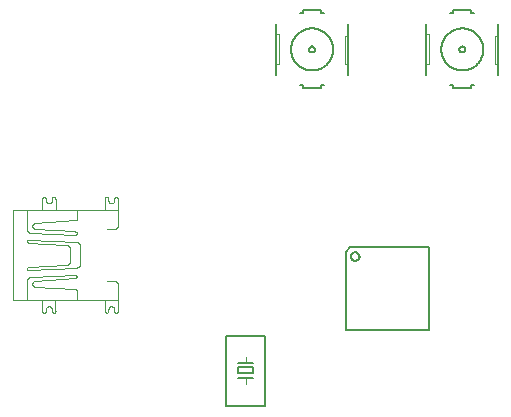
<source format=gto>
G75*
%MOIN*%
%OFA0B0*%
%FSLAX25Y25*%
%IPPOS*%
%LPD*%
%AMOC8*
5,1,8,0,0,1.08239X$1,22.5*
%
%ADD10C,0.00600*%
%ADD11C,0.00200*%
%ADD12C,0.00500*%
%ADD13C,0.00400*%
D10*
X0076414Y0041757D02*
X0078914Y0041757D01*
X0081414Y0041757D01*
X0081414Y0043257D02*
X0081414Y0045257D01*
X0076414Y0045257D01*
X0076414Y0043257D01*
X0081414Y0043257D01*
X0081414Y0046757D02*
X0078914Y0046757D01*
X0076414Y0046757D01*
X0112365Y0057638D02*
X0112365Y0083838D01*
X0113762Y0085236D01*
X0139963Y0085236D01*
X0139963Y0057638D01*
X0112365Y0057638D01*
X0113950Y0082237D02*
X0113952Y0082312D01*
X0113958Y0082386D01*
X0113968Y0082460D01*
X0113981Y0082533D01*
X0113999Y0082606D01*
X0114020Y0082677D01*
X0114045Y0082748D01*
X0114074Y0082817D01*
X0114107Y0082884D01*
X0114143Y0082949D01*
X0114182Y0083013D01*
X0114224Y0083074D01*
X0114270Y0083133D01*
X0114319Y0083190D01*
X0114371Y0083243D01*
X0114425Y0083294D01*
X0114482Y0083343D01*
X0114542Y0083387D01*
X0114604Y0083429D01*
X0114668Y0083468D01*
X0114734Y0083503D01*
X0114801Y0083534D01*
X0114871Y0083562D01*
X0114941Y0083586D01*
X0115013Y0083607D01*
X0115086Y0083623D01*
X0115159Y0083636D01*
X0115234Y0083645D01*
X0115308Y0083650D01*
X0115383Y0083651D01*
X0115457Y0083648D01*
X0115532Y0083641D01*
X0115605Y0083630D01*
X0115679Y0083616D01*
X0115751Y0083597D01*
X0115822Y0083575D01*
X0115892Y0083549D01*
X0115961Y0083519D01*
X0116027Y0083486D01*
X0116092Y0083449D01*
X0116155Y0083409D01*
X0116216Y0083365D01*
X0116274Y0083319D01*
X0116330Y0083269D01*
X0116383Y0083217D01*
X0116434Y0083162D01*
X0116481Y0083104D01*
X0116525Y0083044D01*
X0116566Y0082981D01*
X0116604Y0082917D01*
X0116638Y0082851D01*
X0116669Y0082782D01*
X0116696Y0082713D01*
X0116719Y0082642D01*
X0116738Y0082570D01*
X0116754Y0082497D01*
X0116766Y0082423D01*
X0116774Y0082349D01*
X0116778Y0082274D01*
X0116778Y0082200D01*
X0116774Y0082125D01*
X0116766Y0082051D01*
X0116754Y0081977D01*
X0116738Y0081904D01*
X0116719Y0081832D01*
X0116696Y0081761D01*
X0116669Y0081692D01*
X0116638Y0081623D01*
X0116604Y0081557D01*
X0116566Y0081493D01*
X0116525Y0081430D01*
X0116481Y0081370D01*
X0116434Y0081312D01*
X0116383Y0081257D01*
X0116330Y0081205D01*
X0116274Y0081155D01*
X0116216Y0081109D01*
X0116155Y0081065D01*
X0116092Y0081025D01*
X0116027Y0080988D01*
X0115961Y0080955D01*
X0115892Y0080925D01*
X0115822Y0080899D01*
X0115751Y0080877D01*
X0115679Y0080858D01*
X0115605Y0080844D01*
X0115532Y0080833D01*
X0115457Y0080826D01*
X0115383Y0080823D01*
X0115308Y0080824D01*
X0115234Y0080829D01*
X0115159Y0080838D01*
X0115086Y0080851D01*
X0115013Y0080867D01*
X0114941Y0080888D01*
X0114871Y0080912D01*
X0114801Y0080940D01*
X0114734Y0080971D01*
X0114668Y0081006D01*
X0114604Y0081045D01*
X0114542Y0081087D01*
X0114482Y0081131D01*
X0114425Y0081180D01*
X0114371Y0081231D01*
X0114319Y0081284D01*
X0114270Y0081341D01*
X0114224Y0081400D01*
X0114182Y0081461D01*
X0114143Y0081525D01*
X0114107Y0081590D01*
X0114074Y0081657D01*
X0114045Y0081726D01*
X0114020Y0081797D01*
X0113999Y0081868D01*
X0113981Y0081941D01*
X0113968Y0082014D01*
X0113958Y0082088D01*
X0113952Y0082162D01*
X0113950Y0082237D01*
X0103954Y0138247D02*
X0097954Y0138247D01*
X0097954Y0139247D01*
X0096954Y0139247D01*
X0088954Y0142747D02*
X0088954Y0146247D01*
X0088954Y0156247D01*
X0088954Y0159747D01*
X0096954Y0163247D02*
X0097954Y0163247D01*
X0097954Y0164247D01*
X0103954Y0164247D01*
X0103954Y0163247D01*
X0104954Y0163247D01*
X0112954Y0159747D02*
X0112954Y0155747D01*
X0112954Y0146247D01*
X0112954Y0142747D01*
X0104954Y0139247D02*
X0103954Y0139247D01*
X0103954Y0138247D01*
X0099954Y0151247D02*
X0099956Y0151310D01*
X0099962Y0151372D01*
X0099972Y0151434D01*
X0099985Y0151496D01*
X0100003Y0151556D01*
X0100024Y0151615D01*
X0100049Y0151673D01*
X0100078Y0151729D01*
X0100110Y0151783D01*
X0100145Y0151835D01*
X0100183Y0151884D01*
X0100225Y0151932D01*
X0100269Y0151976D01*
X0100317Y0152018D01*
X0100366Y0152056D01*
X0100418Y0152091D01*
X0100472Y0152123D01*
X0100528Y0152152D01*
X0100586Y0152177D01*
X0100645Y0152198D01*
X0100705Y0152216D01*
X0100767Y0152229D01*
X0100829Y0152239D01*
X0100891Y0152245D01*
X0100954Y0152247D01*
X0101017Y0152245D01*
X0101079Y0152239D01*
X0101141Y0152229D01*
X0101203Y0152216D01*
X0101263Y0152198D01*
X0101322Y0152177D01*
X0101380Y0152152D01*
X0101436Y0152123D01*
X0101490Y0152091D01*
X0101542Y0152056D01*
X0101591Y0152018D01*
X0101639Y0151976D01*
X0101683Y0151932D01*
X0101725Y0151884D01*
X0101763Y0151835D01*
X0101798Y0151783D01*
X0101830Y0151729D01*
X0101859Y0151673D01*
X0101884Y0151615D01*
X0101905Y0151556D01*
X0101923Y0151496D01*
X0101936Y0151434D01*
X0101946Y0151372D01*
X0101952Y0151310D01*
X0101954Y0151247D01*
X0101952Y0151184D01*
X0101946Y0151122D01*
X0101936Y0151060D01*
X0101923Y0150998D01*
X0101905Y0150938D01*
X0101884Y0150879D01*
X0101859Y0150821D01*
X0101830Y0150765D01*
X0101798Y0150711D01*
X0101763Y0150659D01*
X0101725Y0150610D01*
X0101683Y0150562D01*
X0101639Y0150518D01*
X0101591Y0150476D01*
X0101542Y0150438D01*
X0101490Y0150403D01*
X0101436Y0150371D01*
X0101380Y0150342D01*
X0101322Y0150317D01*
X0101263Y0150296D01*
X0101203Y0150278D01*
X0101141Y0150265D01*
X0101079Y0150255D01*
X0101017Y0150249D01*
X0100954Y0150247D01*
X0100891Y0150249D01*
X0100829Y0150255D01*
X0100767Y0150265D01*
X0100705Y0150278D01*
X0100645Y0150296D01*
X0100586Y0150317D01*
X0100528Y0150342D01*
X0100472Y0150371D01*
X0100418Y0150403D01*
X0100366Y0150438D01*
X0100317Y0150476D01*
X0100269Y0150518D01*
X0100225Y0150562D01*
X0100183Y0150610D01*
X0100145Y0150659D01*
X0100110Y0150711D01*
X0100078Y0150765D01*
X0100049Y0150821D01*
X0100024Y0150879D01*
X0100003Y0150938D01*
X0099985Y0150998D01*
X0099972Y0151060D01*
X0099962Y0151122D01*
X0099956Y0151184D01*
X0099954Y0151247D01*
X0093954Y0151247D02*
X0093956Y0151419D01*
X0093962Y0151590D01*
X0093973Y0151762D01*
X0093988Y0151933D01*
X0094007Y0152104D01*
X0094030Y0152274D01*
X0094057Y0152444D01*
X0094089Y0152613D01*
X0094124Y0152781D01*
X0094164Y0152948D01*
X0094208Y0153114D01*
X0094255Y0153279D01*
X0094307Y0153443D01*
X0094363Y0153605D01*
X0094423Y0153766D01*
X0094487Y0153926D01*
X0094555Y0154084D01*
X0094626Y0154240D01*
X0094701Y0154394D01*
X0094781Y0154547D01*
X0094863Y0154697D01*
X0094950Y0154846D01*
X0095040Y0154992D01*
X0095134Y0155136D01*
X0095231Y0155278D01*
X0095332Y0155417D01*
X0095436Y0155554D01*
X0095543Y0155688D01*
X0095654Y0155819D01*
X0095767Y0155948D01*
X0095884Y0156074D01*
X0096004Y0156197D01*
X0096127Y0156317D01*
X0096253Y0156434D01*
X0096382Y0156547D01*
X0096513Y0156658D01*
X0096647Y0156765D01*
X0096784Y0156869D01*
X0096923Y0156970D01*
X0097065Y0157067D01*
X0097209Y0157161D01*
X0097355Y0157251D01*
X0097504Y0157338D01*
X0097654Y0157420D01*
X0097807Y0157500D01*
X0097961Y0157575D01*
X0098117Y0157646D01*
X0098275Y0157714D01*
X0098435Y0157778D01*
X0098596Y0157838D01*
X0098758Y0157894D01*
X0098922Y0157946D01*
X0099087Y0157993D01*
X0099253Y0158037D01*
X0099420Y0158077D01*
X0099588Y0158112D01*
X0099757Y0158144D01*
X0099927Y0158171D01*
X0100097Y0158194D01*
X0100268Y0158213D01*
X0100439Y0158228D01*
X0100611Y0158239D01*
X0100782Y0158245D01*
X0100954Y0158247D01*
X0101126Y0158245D01*
X0101297Y0158239D01*
X0101469Y0158228D01*
X0101640Y0158213D01*
X0101811Y0158194D01*
X0101981Y0158171D01*
X0102151Y0158144D01*
X0102320Y0158112D01*
X0102488Y0158077D01*
X0102655Y0158037D01*
X0102821Y0157993D01*
X0102986Y0157946D01*
X0103150Y0157894D01*
X0103312Y0157838D01*
X0103473Y0157778D01*
X0103633Y0157714D01*
X0103791Y0157646D01*
X0103947Y0157575D01*
X0104101Y0157500D01*
X0104254Y0157420D01*
X0104404Y0157338D01*
X0104553Y0157251D01*
X0104699Y0157161D01*
X0104843Y0157067D01*
X0104985Y0156970D01*
X0105124Y0156869D01*
X0105261Y0156765D01*
X0105395Y0156658D01*
X0105526Y0156547D01*
X0105655Y0156434D01*
X0105781Y0156317D01*
X0105904Y0156197D01*
X0106024Y0156074D01*
X0106141Y0155948D01*
X0106254Y0155819D01*
X0106365Y0155688D01*
X0106472Y0155554D01*
X0106576Y0155417D01*
X0106677Y0155278D01*
X0106774Y0155136D01*
X0106868Y0154992D01*
X0106958Y0154846D01*
X0107045Y0154697D01*
X0107127Y0154547D01*
X0107207Y0154394D01*
X0107282Y0154240D01*
X0107353Y0154084D01*
X0107421Y0153926D01*
X0107485Y0153766D01*
X0107545Y0153605D01*
X0107601Y0153443D01*
X0107653Y0153279D01*
X0107700Y0153114D01*
X0107744Y0152948D01*
X0107784Y0152781D01*
X0107819Y0152613D01*
X0107851Y0152444D01*
X0107878Y0152274D01*
X0107901Y0152104D01*
X0107920Y0151933D01*
X0107935Y0151762D01*
X0107946Y0151590D01*
X0107952Y0151419D01*
X0107954Y0151247D01*
X0107952Y0151075D01*
X0107946Y0150904D01*
X0107935Y0150732D01*
X0107920Y0150561D01*
X0107901Y0150390D01*
X0107878Y0150220D01*
X0107851Y0150050D01*
X0107819Y0149881D01*
X0107784Y0149713D01*
X0107744Y0149546D01*
X0107700Y0149380D01*
X0107653Y0149215D01*
X0107601Y0149051D01*
X0107545Y0148889D01*
X0107485Y0148728D01*
X0107421Y0148568D01*
X0107353Y0148410D01*
X0107282Y0148254D01*
X0107207Y0148100D01*
X0107127Y0147947D01*
X0107045Y0147797D01*
X0106958Y0147648D01*
X0106868Y0147502D01*
X0106774Y0147358D01*
X0106677Y0147216D01*
X0106576Y0147077D01*
X0106472Y0146940D01*
X0106365Y0146806D01*
X0106254Y0146675D01*
X0106141Y0146546D01*
X0106024Y0146420D01*
X0105904Y0146297D01*
X0105781Y0146177D01*
X0105655Y0146060D01*
X0105526Y0145947D01*
X0105395Y0145836D01*
X0105261Y0145729D01*
X0105124Y0145625D01*
X0104985Y0145524D01*
X0104843Y0145427D01*
X0104699Y0145333D01*
X0104553Y0145243D01*
X0104404Y0145156D01*
X0104254Y0145074D01*
X0104101Y0144994D01*
X0103947Y0144919D01*
X0103791Y0144848D01*
X0103633Y0144780D01*
X0103473Y0144716D01*
X0103312Y0144656D01*
X0103150Y0144600D01*
X0102986Y0144548D01*
X0102821Y0144501D01*
X0102655Y0144457D01*
X0102488Y0144417D01*
X0102320Y0144382D01*
X0102151Y0144350D01*
X0101981Y0144323D01*
X0101811Y0144300D01*
X0101640Y0144281D01*
X0101469Y0144266D01*
X0101297Y0144255D01*
X0101126Y0144249D01*
X0100954Y0144247D01*
X0100782Y0144249D01*
X0100611Y0144255D01*
X0100439Y0144266D01*
X0100268Y0144281D01*
X0100097Y0144300D01*
X0099927Y0144323D01*
X0099757Y0144350D01*
X0099588Y0144382D01*
X0099420Y0144417D01*
X0099253Y0144457D01*
X0099087Y0144501D01*
X0098922Y0144548D01*
X0098758Y0144600D01*
X0098596Y0144656D01*
X0098435Y0144716D01*
X0098275Y0144780D01*
X0098117Y0144848D01*
X0097961Y0144919D01*
X0097807Y0144994D01*
X0097654Y0145074D01*
X0097504Y0145156D01*
X0097355Y0145243D01*
X0097209Y0145333D01*
X0097065Y0145427D01*
X0096923Y0145524D01*
X0096784Y0145625D01*
X0096647Y0145729D01*
X0096513Y0145836D01*
X0096382Y0145947D01*
X0096253Y0146060D01*
X0096127Y0146177D01*
X0096004Y0146297D01*
X0095884Y0146420D01*
X0095767Y0146546D01*
X0095654Y0146675D01*
X0095543Y0146806D01*
X0095436Y0146940D01*
X0095332Y0147077D01*
X0095231Y0147216D01*
X0095134Y0147358D01*
X0095040Y0147502D01*
X0094950Y0147648D01*
X0094863Y0147797D01*
X0094781Y0147947D01*
X0094701Y0148100D01*
X0094626Y0148254D01*
X0094555Y0148410D01*
X0094487Y0148568D01*
X0094423Y0148728D01*
X0094363Y0148889D01*
X0094307Y0149051D01*
X0094255Y0149215D01*
X0094208Y0149380D01*
X0094164Y0149546D01*
X0094124Y0149713D01*
X0094089Y0149881D01*
X0094057Y0150050D01*
X0094030Y0150220D01*
X0094007Y0150390D01*
X0093988Y0150561D01*
X0093973Y0150732D01*
X0093962Y0150904D01*
X0093956Y0151075D01*
X0093954Y0151247D01*
X0139034Y0156227D02*
X0139034Y0146227D01*
X0139034Y0142727D01*
X0147034Y0139227D02*
X0148034Y0139227D01*
X0148034Y0138227D01*
X0154034Y0138227D01*
X0154034Y0139227D01*
X0155034Y0139227D01*
X0163034Y0142727D02*
X0163034Y0146227D01*
X0163034Y0155727D01*
X0163034Y0159727D01*
X0155034Y0163227D02*
X0154034Y0163227D01*
X0154034Y0164227D01*
X0148034Y0164227D01*
X0148034Y0163227D01*
X0147034Y0163227D01*
X0139034Y0159727D02*
X0139034Y0156227D01*
X0150034Y0151227D02*
X0150036Y0151290D01*
X0150042Y0151352D01*
X0150052Y0151414D01*
X0150065Y0151476D01*
X0150083Y0151536D01*
X0150104Y0151595D01*
X0150129Y0151653D01*
X0150158Y0151709D01*
X0150190Y0151763D01*
X0150225Y0151815D01*
X0150263Y0151864D01*
X0150305Y0151912D01*
X0150349Y0151956D01*
X0150397Y0151998D01*
X0150446Y0152036D01*
X0150498Y0152071D01*
X0150552Y0152103D01*
X0150608Y0152132D01*
X0150666Y0152157D01*
X0150725Y0152178D01*
X0150785Y0152196D01*
X0150847Y0152209D01*
X0150909Y0152219D01*
X0150971Y0152225D01*
X0151034Y0152227D01*
X0151097Y0152225D01*
X0151159Y0152219D01*
X0151221Y0152209D01*
X0151283Y0152196D01*
X0151343Y0152178D01*
X0151402Y0152157D01*
X0151460Y0152132D01*
X0151516Y0152103D01*
X0151570Y0152071D01*
X0151622Y0152036D01*
X0151671Y0151998D01*
X0151719Y0151956D01*
X0151763Y0151912D01*
X0151805Y0151864D01*
X0151843Y0151815D01*
X0151878Y0151763D01*
X0151910Y0151709D01*
X0151939Y0151653D01*
X0151964Y0151595D01*
X0151985Y0151536D01*
X0152003Y0151476D01*
X0152016Y0151414D01*
X0152026Y0151352D01*
X0152032Y0151290D01*
X0152034Y0151227D01*
X0152032Y0151164D01*
X0152026Y0151102D01*
X0152016Y0151040D01*
X0152003Y0150978D01*
X0151985Y0150918D01*
X0151964Y0150859D01*
X0151939Y0150801D01*
X0151910Y0150745D01*
X0151878Y0150691D01*
X0151843Y0150639D01*
X0151805Y0150590D01*
X0151763Y0150542D01*
X0151719Y0150498D01*
X0151671Y0150456D01*
X0151622Y0150418D01*
X0151570Y0150383D01*
X0151516Y0150351D01*
X0151460Y0150322D01*
X0151402Y0150297D01*
X0151343Y0150276D01*
X0151283Y0150258D01*
X0151221Y0150245D01*
X0151159Y0150235D01*
X0151097Y0150229D01*
X0151034Y0150227D01*
X0150971Y0150229D01*
X0150909Y0150235D01*
X0150847Y0150245D01*
X0150785Y0150258D01*
X0150725Y0150276D01*
X0150666Y0150297D01*
X0150608Y0150322D01*
X0150552Y0150351D01*
X0150498Y0150383D01*
X0150446Y0150418D01*
X0150397Y0150456D01*
X0150349Y0150498D01*
X0150305Y0150542D01*
X0150263Y0150590D01*
X0150225Y0150639D01*
X0150190Y0150691D01*
X0150158Y0150745D01*
X0150129Y0150801D01*
X0150104Y0150859D01*
X0150083Y0150918D01*
X0150065Y0150978D01*
X0150052Y0151040D01*
X0150042Y0151102D01*
X0150036Y0151164D01*
X0150034Y0151227D01*
X0144034Y0151227D02*
X0144036Y0151399D01*
X0144042Y0151570D01*
X0144053Y0151742D01*
X0144068Y0151913D01*
X0144087Y0152084D01*
X0144110Y0152254D01*
X0144137Y0152424D01*
X0144169Y0152593D01*
X0144204Y0152761D01*
X0144244Y0152928D01*
X0144288Y0153094D01*
X0144335Y0153259D01*
X0144387Y0153423D01*
X0144443Y0153585D01*
X0144503Y0153746D01*
X0144567Y0153906D01*
X0144635Y0154064D01*
X0144706Y0154220D01*
X0144781Y0154374D01*
X0144861Y0154527D01*
X0144943Y0154677D01*
X0145030Y0154826D01*
X0145120Y0154972D01*
X0145214Y0155116D01*
X0145311Y0155258D01*
X0145412Y0155397D01*
X0145516Y0155534D01*
X0145623Y0155668D01*
X0145734Y0155799D01*
X0145847Y0155928D01*
X0145964Y0156054D01*
X0146084Y0156177D01*
X0146207Y0156297D01*
X0146333Y0156414D01*
X0146462Y0156527D01*
X0146593Y0156638D01*
X0146727Y0156745D01*
X0146864Y0156849D01*
X0147003Y0156950D01*
X0147145Y0157047D01*
X0147289Y0157141D01*
X0147435Y0157231D01*
X0147584Y0157318D01*
X0147734Y0157400D01*
X0147887Y0157480D01*
X0148041Y0157555D01*
X0148197Y0157626D01*
X0148355Y0157694D01*
X0148515Y0157758D01*
X0148676Y0157818D01*
X0148838Y0157874D01*
X0149002Y0157926D01*
X0149167Y0157973D01*
X0149333Y0158017D01*
X0149500Y0158057D01*
X0149668Y0158092D01*
X0149837Y0158124D01*
X0150007Y0158151D01*
X0150177Y0158174D01*
X0150348Y0158193D01*
X0150519Y0158208D01*
X0150691Y0158219D01*
X0150862Y0158225D01*
X0151034Y0158227D01*
X0151206Y0158225D01*
X0151377Y0158219D01*
X0151549Y0158208D01*
X0151720Y0158193D01*
X0151891Y0158174D01*
X0152061Y0158151D01*
X0152231Y0158124D01*
X0152400Y0158092D01*
X0152568Y0158057D01*
X0152735Y0158017D01*
X0152901Y0157973D01*
X0153066Y0157926D01*
X0153230Y0157874D01*
X0153392Y0157818D01*
X0153553Y0157758D01*
X0153713Y0157694D01*
X0153871Y0157626D01*
X0154027Y0157555D01*
X0154181Y0157480D01*
X0154334Y0157400D01*
X0154484Y0157318D01*
X0154633Y0157231D01*
X0154779Y0157141D01*
X0154923Y0157047D01*
X0155065Y0156950D01*
X0155204Y0156849D01*
X0155341Y0156745D01*
X0155475Y0156638D01*
X0155606Y0156527D01*
X0155735Y0156414D01*
X0155861Y0156297D01*
X0155984Y0156177D01*
X0156104Y0156054D01*
X0156221Y0155928D01*
X0156334Y0155799D01*
X0156445Y0155668D01*
X0156552Y0155534D01*
X0156656Y0155397D01*
X0156757Y0155258D01*
X0156854Y0155116D01*
X0156948Y0154972D01*
X0157038Y0154826D01*
X0157125Y0154677D01*
X0157207Y0154527D01*
X0157287Y0154374D01*
X0157362Y0154220D01*
X0157433Y0154064D01*
X0157501Y0153906D01*
X0157565Y0153746D01*
X0157625Y0153585D01*
X0157681Y0153423D01*
X0157733Y0153259D01*
X0157780Y0153094D01*
X0157824Y0152928D01*
X0157864Y0152761D01*
X0157899Y0152593D01*
X0157931Y0152424D01*
X0157958Y0152254D01*
X0157981Y0152084D01*
X0158000Y0151913D01*
X0158015Y0151742D01*
X0158026Y0151570D01*
X0158032Y0151399D01*
X0158034Y0151227D01*
X0158032Y0151055D01*
X0158026Y0150884D01*
X0158015Y0150712D01*
X0158000Y0150541D01*
X0157981Y0150370D01*
X0157958Y0150200D01*
X0157931Y0150030D01*
X0157899Y0149861D01*
X0157864Y0149693D01*
X0157824Y0149526D01*
X0157780Y0149360D01*
X0157733Y0149195D01*
X0157681Y0149031D01*
X0157625Y0148869D01*
X0157565Y0148708D01*
X0157501Y0148548D01*
X0157433Y0148390D01*
X0157362Y0148234D01*
X0157287Y0148080D01*
X0157207Y0147927D01*
X0157125Y0147777D01*
X0157038Y0147628D01*
X0156948Y0147482D01*
X0156854Y0147338D01*
X0156757Y0147196D01*
X0156656Y0147057D01*
X0156552Y0146920D01*
X0156445Y0146786D01*
X0156334Y0146655D01*
X0156221Y0146526D01*
X0156104Y0146400D01*
X0155984Y0146277D01*
X0155861Y0146157D01*
X0155735Y0146040D01*
X0155606Y0145927D01*
X0155475Y0145816D01*
X0155341Y0145709D01*
X0155204Y0145605D01*
X0155065Y0145504D01*
X0154923Y0145407D01*
X0154779Y0145313D01*
X0154633Y0145223D01*
X0154484Y0145136D01*
X0154334Y0145054D01*
X0154181Y0144974D01*
X0154027Y0144899D01*
X0153871Y0144828D01*
X0153713Y0144760D01*
X0153553Y0144696D01*
X0153392Y0144636D01*
X0153230Y0144580D01*
X0153066Y0144528D01*
X0152901Y0144481D01*
X0152735Y0144437D01*
X0152568Y0144397D01*
X0152400Y0144362D01*
X0152231Y0144330D01*
X0152061Y0144303D01*
X0151891Y0144280D01*
X0151720Y0144261D01*
X0151549Y0144246D01*
X0151377Y0144235D01*
X0151206Y0144229D01*
X0151034Y0144227D01*
X0150862Y0144229D01*
X0150691Y0144235D01*
X0150519Y0144246D01*
X0150348Y0144261D01*
X0150177Y0144280D01*
X0150007Y0144303D01*
X0149837Y0144330D01*
X0149668Y0144362D01*
X0149500Y0144397D01*
X0149333Y0144437D01*
X0149167Y0144481D01*
X0149002Y0144528D01*
X0148838Y0144580D01*
X0148676Y0144636D01*
X0148515Y0144696D01*
X0148355Y0144760D01*
X0148197Y0144828D01*
X0148041Y0144899D01*
X0147887Y0144974D01*
X0147734Y0145054D01*
X0147584Y0145136D01*
X0147435Y0145223D01*
X0147289Y0145313D01*
X0147145Y0145407D01*
X0147003Y0145504D01*
X0146864Y0145605D01*
X0146727Y0145709D01*
X0146593Y0145816D01*
X0146462Y0145927D01*
X0146333Y0146040D01*
X0146207Y0146157D01*
X0146084Y0146277D01*
X0145964Y0146400D01*
X0145847Y0146526D01*
X0145734Y0146655D01*
X0145623Y0146786D01*
X0145516Y0146920D01*
X0145412Y0147057D01*
X0145311Y0147196D01*
X0145214Y0147338D01*
X0145120Y0147482D01*
X0145030Y0147628D01*
X0144943Y0147777D01*
X0144861Y0147927D01*
X0144781Y0148080D01*
X0144706Y0148234D01*
X0144635Y0148390D01*
X0144567Y0148548D01*
X0144503Y0148708D01*
X0144443Y0148869D01*
X0144387Y0149031D01*
X0144335Y0149195D01*
X0144288Y0149360D01*
X0144244Y0149526D01*
X0144204Y0149693D01*
X0144169Y0149861D01*
X0144137Y0150030D01*
X0144110Y0150200D01*
X0144087Y0150370D01*
X0144068Y0150541D01*
X0144053Y0150712D01*
X0144042Y0150884D01*
X0144036Y0151055D01*
X0144034Y0151227D01*
D11*
X0140034Y0156227D02*
X0140034Y0146227D01*
X0139034Y0146227D01*
X0139034Y0156227D02*
X0140034Y0156227D01*
X0162034Y0155727D02*
X0162034Y0146227D01*
X0163034Y0146227D01*
X0163034Y0155727D02*
X0162034Y0155727D01*
X0112954Y0155747D02*
X0111954Y0155747D01*
X0111954Y0146247D01*
X0112954Y0146247D01*
X0089954Y0146247D02*
X0089954Y0156247D01*
X0088954Y0156247D01*
X0088954Y0146247D02*
X0089954Y0146247D01*
X0078914Y0048757D02*
X0078914Y0046757D01*
X0078914Y0041757D02*
X0078914Y0039757D01*
D12*
X0085314Y0032257D02*
X0072414Y0032257D01*
X0072414Y0055857D01*
X0085314Y0055857D01*
X0085314Y0032257D01*
D13*
X0036247Y0064043D02*
X0036247Y0067741D01*
X0015439Y0067741D01*
X0015439Y0064043D01*
X0015440Y0064042D02*
X0015438Y0063995D01*
X0015433Y0063947D01*
X0015424Y0063900D01*
X0015411Y0063854D01*
X0015394Y0063809D01*
X0015374Y0063766D01*
X0015351Y0063724D01*
X0015325Y0063685D01*
X0015295Y0063647D01*
X0015263Y0063612D01*
X0015228Y0063580D01*
X0015190Y0063550D01*
X0015150Y0063524D01*
X0015109Y0063500D01*
X0015065Y0063480D01*
X0015020Y0063464D01*
X0014974Y0063451D01*
X0014927Y0063442D01*
X0014880Y0063437D01*
X0014832Y0063435D01*
X0014832Y0063436D02*
X0014832Y0063436D01*
X0014783Y0063438D01*
X0014733Y0063443D01*
X0014685Y0063453D01*
X0014637Y0063465D01*
X0014590Y0063482D01*
X0014545Y0063502D01*
X0014501Y0063525D01*
X0014459Y0063551D01*
X0014419Y0063580D01*
X0014382Y0063613D01*
X0014347Y0063648D01*
X0014314Y0063685D01*
X0014285Y0063725D01*
X0014259Y0063767D01*
X0014236Y0063811D01*
X0014216Y0063856D01*
X0014199Y0063903D01*
X0014187Y0063951D01*
X0014177Y0063999D01*
X0014172Y0064049D01*
X0014170Y0064098D01*
X0014170Y0064705D01*
X0014168Y0064763D01*
X0014163Y0064820D01*
X0014153Y0064877D01*
X0014140Y0064934D01*
X0014123Y0064989D01*
X0014103Y0065043D01*
X0014079Y0065096D01*
X0014052Y0065147D01*
X0014022Y0065196D01*
X0013988Y0065243D01*
X0013951Y0065287D01*
X0013912Y0065330D01*
X0013869Y0065369D01*
X0013825Y0065406D01*
X0013778Y0065440D01*
X0013729Y0065470D01*
X0013678Y0065497D01*
X0013625Y0065521D01*
X0013571Y0065541D01*
X0013516Y0065558D01*
X0013459Y0065571D01*
X0013402Y0065581D01*
X0013345Y0065586D01*
X0013287Y0065588D01*
X0013176Y0065588D01*
X0013119Y0065586D01*
X0013061Y0065580D01*
X0013004Y0065571D01*
X0012948Y0065558D01*
X0012892Y0065541D01*
X0012838Y0065521D01*
X0012786Y0065497D01*
X0012735Y0065470D01*
X0012686Y0065439D01*
X0012639Y0065406D01*
X0012594Y0065369D01*
X0012552Y0065329D01*
X0012512Y0065287D01*
X0012475Y0065242D01*
X0012442Y0065195D01*
X0012411Y0065146D01*
X0012384Y0065095D01*
X0012360Y0065043D01*
X0012340Y0064989D01*
X0012323Y0064933D01*
X0012310Y0064877D01*
X0012301Y0064820D01*
X0012295Y0064762D01*
X0012293Y0064705D01*
X0012293Y0064043D01*
X0012291Y0063995D01*
X0012286Y0063948D01*
X0012276Y0063901D01*
X0012263Y0063855D01*
X0012247Y0063811D01*
X0012227Y0063767D01*
X0012204Y0063726D01*
X0012177Y0063686D01*
X0012148Y0063649D01*
X0012115Y0063614D01*
X0012080Y0063581D01*
X0012043Y0063552D01*
X0012003Y0063525D01*
X0011962Y0063502D01*
X0011918Y0063482D01*
X0011874Y0063466D01*
X0011828Y0063453D01*
X0011781Y0063443D01*
X0011734Y0063438D01*
X0011686Y0063436D01*
X0011637Y0063438D01*
X0011587Y0063443D01*
X0011539Y0063453D01*
X0011491Y0063465D01*
X0011444Y0063482D01*
X0011399Y0063502D01*
X0011355Y0063525D01*
X0011313Y0063551D01*
X0011273Y0063580D01*
X0011236Y0063613D01*
X0011201Y0063648D01*
X0011168Y0063685D01*
X0011139Y0063725D01*
X0011113Y0063767D01*
X0011090Y0063811D01*
X0011070Y0063856D01*
X0011053Y0063903D01*
X0011041Y0063951D01*
X0011031Y0063999D01*
X0011026Y0064049D01*
X0011024Y0064098D01*
X0011024Y0067520D01*
X0015439Y0067741D02*
X0001200Y0067741D01*
X0001200Y0097711D01*
X0036247Y0097711D01*
X0036247Y0092743D01*
X0036248Y0092743D02*
X0036246Y0092671D01*
X0036241Y0092598D01*
X0036232Y0092526D01*
X0036219Y0092454D01*
X0036202Y0092384D01*
X0036182Y0092314D01*
X0036159Y0092245D01*
X0036132Y0092177D01*
X0036101Y0092111D01*
X0036068Y0092047D01*
X0036031Y0091984D01*
X0035991Y0091923D01*
X0035948Y0091865D01*
X0035902Y0091808D01*
X0035853Y0091754D01*
X0035802Y0091703D01*
X0035748Y0091654D01*
X0035691Y0091608D01*
X0035633Y0091565D01*
X0035572Y0091525D01*
X0035509Y0091488D01*
X0035445Y0091455D01*
X0035379Y0091424D01*
X0035311Y0091397D01*
X0035242Y0091374D01*
X0035172Y0091354D01*
X0035102Y0091337D01*
X0035030Y0091324D01*
X0034958Y0091315D01*
X0034885Y0091310D01*
X0034813Y0091308D01*
X0034812Y0091308D02*
X0032715Y0091308D01*
X0031832Y0097710D02*
X0031832Y0101408D01*
X0031834Y0101456D01*
X0031839Y0101504D01*
X0031849Y0101550D01*
X0031861Y0101596D01*
X0031878Y0101641D01*
X0031898Y0101685D01*
X0031921Y0101726D01*
X0031948Y0101766D01*
X0031977Y0101804D01*
X0032010Y0101839D01*
X0032045Y0101871D01*
X0032082Y0101901D01*
X0032122Y0101927D01*
X0032164Y0101950D01*
X0032207Y0101970D01*
X0032252Y0101987D01*
X0032298Y0102000D01*
X0032345Y0102009D01*
X0032392Y0102014D01*
X0032440Y0102016D01*
X0032440Y0102015D02*
X0032439Y0102015D01*
X0032488Y0102013D01*
X0032538Y0102008D01*
X0032586Y0101998D01*
X0032634Y0101986D01*
X0032681Y0101969D01*
X0032726Y0101949D01*
X0032770Y0101926D01*
X0032812Y0101900D01*
X0032852Y0101871D01*
X0032889Y0101838D01*
X0032924Y0101803D01*
X0032957Y0101766D01*
X0032986Y0101726D01*
X0033012Y0101684D01*
X0033035Y0101640D01*
X0033055Y0101595D01*
X0033072Y0101548D01*
X0033084Y0101500D01*
X0033094Y0101452D01*
X0033099Y0101402D01*
X0033101Y0101353D01*
X0033102Y0101353D02*
X0033102Y0100746D01*
X0033104Y0100688D01*
X0033110Y0100631D01*
X0033119Y0100574D01*
X0033132Y0100517D01*
X0033149Y0100462D01*
X0033169Y0100408D01*
X0033193Y0100355D01*
X0033220Y0100305D01*
X0033251Y0100255D01*
X0033284Y0100208D01*
X0033321Y0100164D01*
X0033361Y0100122D01*
X0033403Y0100082D01*
X0033447Y0100045D01*
X0033494Y0100012D01*
X0033544Y0099981D01*
X0033594Y0099954D01*
X0033647Y0099930D01*
X0033701Y0099910D01*
X0033756Y0099893D01*
X0033813Y0099880D01*
X0033870Y0099871D01*
X0033927Y0099865D01*
X0033985Y0099863D01*
X0034095Y0099863D01*
X0034096Y0099863D02*
X0034153Y0099865D01*
X0034211Y0099871D01*
X0034268Y0099880D01*
X0034324Y0099893D01*
X0034380Y0099910D01*
X0034434Y0099930D01*
X0034486Y0099954D01*
X0034537Y0099981D01*
X0034586Y0100012D01*
X0034633Y0100045D01*
X0034678Y0100082D01*
X0034720Y0100122D01*
X0034760Y0100164D01*
X0034797Y0100209D01*
X0034830Y0100256D01*
X0034861Y0100305D01*
X0034888Y0100356D01*
X0034912Y0100408D01*
X0034932Y0100462D01*
X0034949Y0100518D01*
X0034962Y0100574D01*
X0034971Y0100631D01*
X0034977Y0100689D01*
X0034979Y0100746D01*
X0034978Y0100746D02*
X0034978Y0101408D01*
X0034980Y0101456D01*
X0034985Y0101503D01*
X0034995Y0101550D01*
X0035008Y0101596D01*
X0035024Y0101640D01*
X0035044Y0101684D01*
X0035067Y0101725D01*
X0035094Y0101765D01*
X0035123Y0101802D01*
X0035156Y0101837D01*
X0035191Y0101870D01*
X0035228Y0101899D01*
X0035268Y0101926D01*
X0035309Y0101949D01*
X0035353Y0101969D01*
X0035397Y0101985D01*
X0035443Y0101998D01*
X0035490Y0102008D01*
X0035537Y0102013D01*
X0035585Y0102015D01*
X0035634Y0102013D01*
X0035684Y0102008D01*
X0035732Y0101998D01*
X0035780Y0101986D01*
X0035827Y0101969D01*
X0035872Y0101949D01*
X0035916Y0101926D01*
X0035958Y0101900D01*
X0035998Y0101871D01*
X0036035Y0101838D01*
X0036070Y0101803D01*
X0036103Y0101766D01*
X0036132Y0101726D01*
X0036158Y0101684D01*
X0036181Y0101640D01*
X0036201Y0101595D01*
X0036218Y0101548D01*
X0036230Y0101500D01*
X0036240Y0101452D01*
X0036245Y0101402D01*
X0036247Y0101353D01*
X0036248Y0101353D02*
X0036248Y0097655D01*
X0022504Y0097490D02*
X0022504Y0094730D01*
X0022503Y0094730D02*
X0022504Y0094689D01*
X0022500Y0094648D01*
X0022494Y0094608D01*
X0022484Y0094568D01*
X0022470Y0094530D01*
X0022453Y0094493D01*
X0022433Y0094457D01*
X0022410Y0094423D01*
X0022384Y0094392D01*
X0022356Y0094362D01*
X0022325Y0094335D01*
X0022292Y0094311D01*
X0022257Y0094290D01*
X0022220Y0094272D01*
X0022182Y0094258D01*
X0022143Y0094246D01*
X0022103Y0094238D01*
X0022062Y0094234D01*
X0022063Y0094233D02*
X0008651Y0093350D01*
X0008650Y0093350D02*
X0008589Y0093347D01*
X0008527Y0093341D01*
X0008466Y0093331D01*
X0008406Y0093316D01*
X0008347Y0093298D01*
X0008289Y0093277D01*
X0008233Y0093251D01*
X0008178Y0093222D01*
X0008126Y0093190D01*
X0008075Y0093154D01*
X0008027Y0093115D01*
X0007982Y0093073D01*
X0007939Y0093029D01*
X0007899Y0092982D01*
X0007863Y0092932D01*
X0007829Y0092880D01*
X0007799Y0092826D01*
X0007773Y0092770D01*
X0007750Y0092713D01*
X0007731Y0092654D01*
X0007715Y0092594D01*
X0007704Y0092534D01*
X0007696Y0092472D01*
X0007692Y0092411D01*
X0007693Y0092349D01*
X0007697Y0092287D01*
X0007705Y0092226D01*
X0007717Y0092165D01*
X0007733Y0092106D01*
X0007752Y0092047D01*
X0007776Y0091990D01*
X0007802Y0091934D01*
X0007833Y0091880D01*
X0007867Y0091829D01*
X0007904Y0091779D01*
X0007944Y0091732D01*
X0007987Y0091688D01*
X0008032Y0091646D01*
X0008081Y0091608D01*
X0008131Y0091573D01*
X0008184Y0091541D01*
X0008239Y0091512D01*
X0008295Y0091487D01*
X0008353Y0091466D01*
X0008413Y0091448D01*
X0008473Y0091434D01*
X0008534Y0091424D01*
X0008595Y0091418D01*
X0008596Y0091418D02*
X0021952Y0090535D01*
X0021953Y0090535D02*
X0022000Y0090531D01*
X0022048Y0090523D01*
X0022094Y0090511D01*
X0022139Y0090495D01*
X0022183Y0090475D01*
X0022225Y0090452D01*
X0022265Y0090426D01*
X0022302Y0090396D01*
X0022337Y0090363D01*
X0022369Y0090328D01*
X0022398Y0090290D01*
X0022424Y0090249D01*
X0022447Y0090207D01*
X0022466Y0090163D01*
X0022481Y0090118D01*
X0022492Y0090071D01*
X0022500Y0090024D01*
X0022504Y0089976D01*
X0022503Y0089928D01*
X0022499Y0089881D01*
X0022491Y0089834D01*
X0022479Y0089787D01*
X0022463Y0089742D01*
X0022444Y0089698D01*
X0022421Y0089656D01*
X0022394Y0089616D01*
X0022365Y0089579D01*
X0022332Y0089544D01*
X0022297Y0089512D01*
X0022259Y0089482D01*
X0022218Y0089456D01*
X0022176Y0089434D01*
X0022132Y0089415D01*
X0022087Y0089399D01*
X0022040Y0089388D01*
X0021993Y0089380D01*
X0021946Y0089376D01*
X0021898Y0089377D01*
X0021897Y0089376D02*
X0007437Y0090038D01*
X0007271Y0090038D01*
X0007199Y0090040D01*
X0007127Y0090046D01*
X0007055Y0090055D01*
X0006984Y0090068D01*
X0006914Y0090085D01*
X0006845Y0090105D01*
X0006777Y0090130D01*
X0006710Y0090157D01*
X0006645Y0090188D01*
X0006581Y0090223D01*
X0006519Y0090261D01*
X0006460Y0090302D01*
X0006403Y0090346D01*
X0006348Y0090392D01*
X0006295Y0090442D01*
X0006245Y0090495D01*
X0006199Y0090550D01*
X0006155Y0090607D01*
X0006114Y0090666D01*
X0006076Y0090728D01*
X0006041Y0090792D01*
X0006010Y0090857D01*
X0005983Y0090924D01*
X0005958Y0090992D01*
X0005938Y0091061D01*
X0005921Y0091131D01*
X0005908Y0091202D01*
X0005899Y0091274D01*
X0005893Y0091346D01*
X0005891Y0091418D01*
X0005891Y0097490D01*
X0011024Y0097710D02*
X0011024Y0101408D01*
X0011024Y0101409D02*
X0011026Y0101456D01*
X0011031Y0101504D01*
X0011040Y0101551D01*
X0011053Y0101597D01*
X0011070Y0101642D01*
X0011090Y0101685D01*
X0011113Y0101727D01*
X0011139Y0101766D01*
X0011169Y0101804D01*
X0011201Y0101839D01*
X0011236Y0101871D01*
X0011274Y0101901D01*
X0011314Y0101927D01*
X0011355Y0101951D01*
X0011399Y0101971D01*
X0011444Y0101987D01*
X0011490Y0102000D01*
X0011537Y0102009D01*
X0011584Y0102014D01*
X0011632Y0102016D01*
X0011632Y0102015D02*
X0011631Y0102015D01*
X0011680Y0102013D01*
X0011730Y0102008D01*
X0011778Y0101998D01*
X0011826Y0101986D01*
X0011873Y0101969D01*
X0011918Y0101949D01*
X0011962Y0101926D01*
X0012004Y0101900D01*
X0012044Y0101871D01*
X0012081Y0101838D01*
X0012116Y0101803D01*
X0012149Y0101766D01*
X0012178Y0101726D01*
X0012204Y0101684D01*
X0012227Y0101640D01*
X0012247Y0101595D01*
X0012264Y0101548D01*
X0012276Y0101500D01*
X0012286Y0101452D01*
X0012291Y0101402D01*
X0012293Y0101353D01*
X0012294Y0101353D02*
X0012294Y0100746D01*
X0012296Y0100688D01*
X0012301Y0100631D01*
X0012311Y0100574D01*
X0012324Y0100517D01*
X0012341Y0100462D01*
X0012361Y0100408D01*
X0012385Y0100355D01*
X0012412Y0100304D01*
X0012443Y0100255D01*
X0012476Y0100208D01*
X0012513Y0100164D01*
X0012552Y0100121D01*
X0012595Y0100082D01*
X0012639Y0100045D01*
X0012686Y0100012D01*
X0012735Y0099981D01*
X0012786Y0099954D01*
X0012839Y0099930D01*
X0012893Y0099910D01*
X0012948Y0099893D01*
X0013005Y0099880D01*
X0013062Y0099870D01*
X0013119Y0099865D01*
X0013177Y0099863D01*
X0013287Y0099863D01*
X0013345Y0099865D01*
X0013402Y0099870D01*
X0013459Y0099880D01*
X0013516Y0099893D01*
X0013571Y0099910D01*
X0013625Y0099930D01*
X0013678Y0099954D01*
X0013729Y0099981D01*
X0013778Y0100012D01*
X0013825Y0100045D01*
X0013869Y0100082D01*
X0013912Y0100121D01*
X0013951Y0100164D01*
X0013988Y0100208D01*
X0014021Y0100255D01*
X0014052Y0100304D01*
X0014079Y0100355D01*
X0014103Y0100408D01*
X0014123Y0100462D01*
X0014140Y0100517D01*
X0014153Y0100574D01*
X0014163Y0100631D01*
X0014168Y0100688D01*
X0014170Y0100746D01*
X0014170Y0101408D01*
X0014171Y0101408D02*
X0014173Y0101456D01*
X0014178Y0101503D01*
X0014188Y0101550D01*
X0014201Y0101596D01*
X0014217Y0101640D01*
X0014237Y0101684D01*
X0014260Y0101725D01*
X0014287Y0101765D01*
X0014316Y0101802D01*
X0014349Y0101837D01*
X0014384Y0101870D01*
X0014421Y0101899D01*
X0014461Y0101926D01*
X0014502Y0101949D01*
X0014546Y0101969D01*
X0014590Y0101985D01*
X0014636Y0101998D01*
X0014683Y0102008D01*
X0014730Y0102013D01*
X0014778Y0102015D01*
X0014827Y0102013D01*
X0014877Y0102008D01*
X0014925Y0101998D01*
X0014973Y0101986D01*
X0015020Y0101969D01*
X0015065Y0101949D01*
X0015109Y0101926D01*
X0015151Y0101900D01*
X0015191Y0101871D01*
X0015228Y0101838D01*
X0015263Y0101803D01*
X0015296Y0101766D01*
X0015325Y0101726D01*
X0015351Y0101684D01*
X0015374Y0101640D01*
X0015394Y0101595D01*
X0015411Y0101548D01*
X0015423Y0101500D01*
X0015433Y0101452D01*
X0015438Y0101402D01*
X0015440Y0101353D01*
X0015440Y0097931D01*
X0022339Y0087003D02*
X0006498Y0087831D01*
X0006499Y0087831D02*
X0006454Y0087832D01*
X0006410Y0087828D01*
X0006366Y0087821D01*
X0006322Y0087811D01*
X0006280Y0087796D01*
X0006239Y0087778D01*
X0006200Y0087757D01*
X0006163Y0087732D01*
X0006128Y0087705D01*
X0006096Y0087674D01*
X0006066Y0087641D01*
X0006039Y0087605D01*
X0006015Y0087568D01*
X0005995Y0087528D01*
X0005978Y0087487D01*
X0005964Y0087444D01*
X0005954Y0087401D01*
X0005948Y0087357D01*
X0005946Y0087312D01*
X0005947Y0087268D01*
X0005953Y0087223D01*
X0005962Y0087180D01*
X0005974Y0087137D01*
X0005990Y0087096D01*
X0006010Y0087056D01*
X0006033Y0087017D01*
X0006059Y0086981D01*
X0006088Y0086948D01*
X0006120Y0086916D01*
X0006155Y0086888D01*
X0006191Y0086863D01*
X0006230Y0086841D01*
X0006270Y0086822D01*
X0006312Y0086807D01*
X0006355Y0086795D01*
X0006399Y0086787D01*
X0006443Y0086783D01*
X0006443Y0086782D02*
X0018696Y0086120D01*
X0018777Y0086118D01*
X0018859Y0086112D01*
X0018940Y0086103D01*
X0019020Y0086089D01*
X0019099Y0086072D01*
X0019178Y0086051D01*
X0019256Y0086026D01*
X0019332Y0085997D01*
X0019407Y0085965D01*
X0019480Y0085930D01*
X0019552Y0085891D01*
X0019621Y0085848D01*
X0019688Y0085803D01*
X0019754Y0085754D01*
X0019816Y0085702D01*
X0019877Y0085647D01*
X0019934Y0085590D01*
X0019989Y0085529D01*
X0020041Y0085467D01*
X0020090Y0085401D01*
X0020135Y0085334D01*
X0020178Y0085265D01*
X0020217Y0085193D01*
X0020252Y0085120D01*
X0020284Y0085045D01*
X0020313Y0084969D01*
X0020338Y0084891D01*
X0020359Y0084812D01*
X0020376Y0084733D01*
X0020390Y0084653D01*
X0020399Y0084572D01*
X0020405Y0084490D01*
X0020407Y0084409D01*
X0020407Y0080932D01*
X0020405Y0080853D01*
X0020400Y0080775D01*
X0020390Y0080696D01*
X0020377Y0080619D01*
X0020360Y0080542D01*
X0020340Y0080465D01*
X0020316Y0080390D01*
X0020288Y0080317D01*
X0020257Y0080244D01*
X0020223Y0080173D01*
X0020185Y0080104D01*
X0020144Y0080037D01*
X0020100Y0079971D01*
X0020053Y0079908D01*
X0020003Y0079848D01*
X0019950Y0079789D01*
X0019894Y0079733D01*
X0019835Y0079680D01*
X0019775Y0079630D01*
X0019712Y0079583D01*
X0019646Y0079539D01*
X0019579Y0079498D01*
X0019510Y0079460D01*
X0019439Y0079426D01*
X0019366Y0079395D01*
X0019293Y0079367D01*
X0019218Y0079343D01*
X0019141Y0079323D01*
X0019064Y0079306D01*
X0018987Y0079293D01*
X0018908Y0079283D01*
X0018830Y0079278D01*
X0018751Y0079276D01*
X0018475Y0079276D01*
X0006498Y0078724D01*
X0006498Y0078723D02*
X0006452Y0078719D01*
X0006406Y0078711D01*
X0006361Y0078699D01*
X0006317Y0078684D01*
X0006274Y0078664D01*
X0006233Y0078641D01*
X0006195Y0078615D01*
X0006158Y0078586D01*
X0006125Y0078553D01*
X0006094Y0078518D01*
X0006066Y0078480D01*
X0006042Y0078441D01*
X0006021Y0078399D01*
X0006003Y0078355D01*
X0005990Y0078311D01*
X0005980Y0078265D01*
X0005974Y0078219D01*
X0005972Y0078172D01*
X0005974Y0078125D01*
X0005980Y0078079D01*
X0005990Y0078033D01*
X0006003Y0077989D01*
X0006021Y0077945D01*
X0006042Y0077903D01*
X0006066Y0077864D01*
X0006094Y0077826D01*
X0006125Y0077791D01*
X0006158Y0077758D01*
X0006195Y0077729D01*
X0006233Y0077703D01*
X0006274Y0077680D01*
X0006317Y0077660D01*
X0006361Y0077645D01*
X0006406Y0077633D01*
X0006452Y0077625D01*
X0006498Y0077621D01*
X0006498Y0077620D02*
X0022228Y0078448D01*
X0022303Y0078450D01*
X0022378Y0078456D01*
X0022452Y0078466D01*
X0022526Y0078479D01*
X0022599Y0078497D01*
X0022671Y0078518D01*
X0022742Y0078543D01*
X0022812Y0078572D01*
X0022879Y0078604D01*
X0022946Y0078640D01*
X0023010Y0078680D01*
X0023071Y0078722D01*
X0023131Y0078768D01*
X0023188Y0078817D01*
X0023243Y0078868D01*
X0023294Y0078923D01*
X0023343Y0078980D01*
X0023389Y0079040D01*
X0023431Y0079101D01*
X0023471Y0079166D01*
X0023507Y0079232D01*
X0023539Y0079299D01*
X0023568Y0079369D01*
X0023593Y0079440D01*
X0023614Y0079512D01*
X0023632Y0079585D01*
X0023645Y0079659D01*
X0023655Y0079733D01*
X0023661Y0079808D01*
X0023663Y0079883D01*
X0023663Y0085678D01*
X0023664Y0085678D02*
X0023662Y0085750D01*
X0023656Y0085821D01*
X0023646Y0085892D01*
X0023633Y0085963D01*
X0023616Y0086032D01*
X0023594Y0086101D01*
X0023570Y0086168D01*
X0023541Y0086234D01*
X0023509Y0086298D01*
X0023474Y0086361D01*
X0023435Y0086421D01*
X0023394Y0086480D01*
X0023349Y0086535D01*
X0023301Y0086589D01*
X0023250Y0086640D01*
X0023196Y0086688D01*
X0023141Y0086733D01*
X0023082Y0086774D01*
X0023022Y0086813D01*
X0022959Y0086848D01*
X0022895Y0086880D01*
X0022829Y0086909D01*
X0022762Y0086933D01*
X0022693Y0086955D01*
X0022624Y0086972D01*
X0022553Y0086985D01*
X0022482Y0086995D01*
X0022411Y0087001D01*
X0022339Y0087003D01*
X0021898Y0076075D02*
X0007437Y0075412D01*
X0007272Y0075412D01*
X0007199Y0075410D01*
X0007127Y0075404D01*
X0007056Y0075395D01*
X0006985Y0075382D01*
X0006915Y0075365D01*
X0006845Y0075344D01*
X0006777Y0075320D01*
X0006711Y0075293D01*
X0006645Y0075262D01*
X0006582Y0075227D01*
X0006520Y0075189D01*
X0006461Y0075148D01*
X0006403Y0075104D01*
X0006349Y0075058D01*
X0006296Y0075008D01*
X0006246Y0074955D01*
X0006200Y0074901D01*
X0006156Y0074843D01*
X0006115Y0074784D01*
X0006077Y0074722D01*
X0006042Y0074659D01*
X0006011Y0074593D01*
X0005984Y0074527D01*
X0005960Y0074459D01*
X0005939Y0074389D01*
X0005922Y0074319D01*
X0005909Y0074248D01*
X0005900Y0074177D01*
X0005894Y0074105D01*
X0005892Y0074032D01*
X0005892Y0074033D02*
X0005892Y0067961D01*
X0008651Y0072101D02*
X0022063Y0071218D01*
X0022063Y0071217D02*
X0022104Y0071213D01*
X0022144Y0071205D01*
X0022183Y0071193D01*
X0022221Y0071179D01*
X0022258Y0071161D01*
X0022293Y0071140D01*
X0022326Y0071116D01*
X0022357Y0071089D01*
X0022385Y0071059D01*
X0022411Y0071028D01*
X0022434Y0070994D01*
X0022454Y0070958D01*
X0022471Y0070921D01*
X0022485Y0070883D01*
X0022495Y0070843D01*
X0022501Y0070803D01*
X0022505Y0070762D01*
X0022504Y0070721D01*
X0022505Y0070721D02*
X0022505Y0067961D01*
X0021953Y0074916D02*
X0008596Y0074033D01*
X0008535Y0074027D01*
X0008474Y0074017D01*
X0008414Y0074003D01*
X0008354Y0073985D01*
X0008296Y0073964D01*
X0008240Y0073939D01*
X0008185Y0073910D01*
X0008132Y0073878D01*
X0008082Y0073843D01*
X0008033Y0073805D01*
X0007988Y0073763D01*
X0007945Y0073719D01*
X0007905Y0073672D01*
X0007868Y0073622D01*
X0007834Y0073571D01*
X0007803Y0073517D01*
X0007777Y0073461D01*
X0007753Y0073404D01*
X0007734Y0073345D01*
X0007718Y0073286D01*
X0007706Y0073225D01*
X0007698Y0073164D01*
X0007694Y0073102D01*
X0007693Y0073040D01*
X0007697Y0072979D01*
X0007705Y0072917D01*
X0007716Y0072857D01*
X0007732Y0072797D01*
X0007751Y0072738D01*
X0007774Y0072681D01*
X0007800Y0072625D01*
X0007830Y0072571D01*
X0007864Y0072519D01*
X0007900Y0072469D01*
X0007940Y0072422D01*
X0007983Y0072378D01*
X0008028Y0072336D01*
X0008076Y0072297D01*
X0008127Y0072261D01*
X0008179Y0072229D01*
X0008234Y0072200D01*
X0008290Y0072174D01*
X0008348Y0072153D01*
X0008407Y0072135D01*
X0008467Y0072120D01*
X0008528Y0072110D01*
X0008590Y0072104D01*
X0008651Y0072101D01*
X0021953Y0074916D02*
X0022000Y0074920D01*
X0022048Y0074928D01*
X0022094Y0074940D01*
X0022139Y0074956D01*
X0022183Y0074976D01*
X0022225Y0074999D01*
X0022265Y0075025D01*
X0022302Y0075055D01*
X0022337Y0075088D01*
X0022369Y0075123D01*
X0022398Y0075161D01*
X0022424Y0075202D01*
X0022447Y0075244D01*
X0022466Y0075288D01*
X0022481Y0075333D01*
X0022492Y0075380D01*
X0022500Y0075427D01*
X0022504Y0075475D01*
X0022503Y0075523D01*
X0022499Y0075570D01*
X0022491Y0075617D01*
X0022479Y0075664D01*
X0022463Y0075709D01*
X0022444Y0075753D01*
X0022421Y0075795D01*
X0022394Y0075835D01*
X0022365Y0075872D01*
X0022332Y0075907D01*
X0022297Y0075939D01*
X0022259Y0075969D01*
X0022218Y0075995D01*
X0022176Y0076017D01*
X0022132Y0076036D01*
X0022087Y0076052D01*
X0022040Y0076063D01*
X0021993Y0076071D01*
X0021946Y0076075D01*
X0021898Y0076074D01*
X0032549Y0074143D02*
X0034867Y0074143D01*
X0034868Y0074144D02*
X0034940Y0074142D01*
X0035012Y0074136D01*
X0035084Y0074127D01*
X0035155Y0074114D01*
X0035225Y0074097D01*
X0035294Y0074077D01*
X0035362Y0074052D01*
X0035429Y0074025D01*
X0035494Y0073994D01*
X0035558Y0073959D01*
X0035620Y0073921D01*
X0035679Y0073880D01*
X0035736Y0073836D01*
X0035791Y0073790D01*
X0035844Y0073740D01*
X0035894Y0073687D01*
X0035940Y0073632D01*
X0035984Y0073575D01*
X0036025Y0073516D01*
X0036063Y0073454D01*
X0036098Y0073390D01*
X0036129Y0073325D01*
X0036156Y0073258D01*
X0036181Y0073190D01*
X0036201Y0073121D01*
X0036218Y0073051D01*
X0036231Y0072980D01*
X0036240Y0072908D01*
X0036246Y0072836D01*
X0036248Y0072764D01*
X0036247Y0072763D02*
X0036247Y0067741D01*
X0034095Y0065588D02*
X0033984Y0065588D01*
X0033926Y0065586D01*
X0033869Y0065580D01*
X0033812Y0065571D01*
X0033755Y0065558D01*
X0033700Y0065541D01*
X0033646Y0065521D01*
X0033593Y0065497D01*
X0033543Y0065470D01*
X0033493Y0065439D01*
X0033446Y0065406D01*
X0033402Y0065369D01*
X0033360Y0065329D01*
X0033320Y0065287D01*
X0033283Y0065243D01*
X0033250Y0065196D01*
X0033219Y0065147D01*
X0033192Y0065096D01*
X0033168Y0065043D01*
X0033148Y0064989D01*
X0033131Y0064934D01*
X0033118Y0064877D01*
X0033109Y0064820D01*
X0033103Y0064763D01*
X0033101Y0064705D01*
X0033101Y0064043D01*
X0033099Y0063995D01*
X0033094Y0063948D01*
X0033084Y0063901D01*
X0033071Y0063855D01*
X0033055Y0063811D01*
X0033035Y0063767D01*
X0033012Y0063726D01*
X0032985Y0063686D01*
X0032956Y0063649D01*
X0032923Y0063614D01*
X0032888Y0063581D01*
X0032851Y0063552D01*
X0032811Y0063525D01*
X0032770Y0063502D01*
X0032726Y0063482D01*
X0032682Y0063466D01*
X0032636Y0063453D01*
X0032589Y0063443D01*
X0032542Y0063438D01*
X0032494Y0063436D01*
X0032445Y0063438D01*
X0032395Y0063443D01*
X0032347Y0063453D01*
X0032299Y0063465D01*
X0032252Y0063482D01*
X0032207Y0063502D01*
X0032163Y0063525D01*
X0032121Y0063551D01*
X0032081Y0063580D01*
X0032044Y0063613D01*
X0032009Y0063648D01*
X0031976Y0063685D01*
X0031947Y0063725D01*
X0031921Y0063767D01*
X0031898Y0063811D01*
X0031878Y0063856D01*
X0031861Y0063903D01*
X0031849Y0063951D01*
X0031839Y0063999D01*
X0031834Y0064049D01*
X0031832Y0064098D01*
X0031832Y0067520D01*
X0034095Y0065588D02*
X0034153Y0065586D01*
X0034210Y0065581D01*
X0034267Y0065571D01*
X0034324Y0065558D01*
X0034379Y0065541D01*
X0034433Y0065521D01*
X0034486Y0065497D01*
X0034537Y0065470D01*
X0034586Y0065440D01*
X0034633Y0065406D01*
X0034677Y0065369D01*
X0034720Y0065330D01*
X0034759Y0065287D01*
X0034796Y0065243D01*
X0034830Y0065196D01*
X0034860Y0065147D01*
X0034887Y0065096D01*
X0034911Y0065043D01*
X0034931Y0064989D01*
X0034948Y0064934D01*
X0034961Y0064877D01*
X0034971Y0064820D01*
X0034976Y0064763D01*
X0034978Y0064705D01*
X0034978Y0064098D01*
X0034980Y0064049D01*
X0034985Y0063999D01*
X0034995Y0063951D01*
X0035007Y0063903D01*
X0035024Y0063856D01*
X0035044Y0063811D01*
X0035067Y0063767D01*
X0035093Y0063725D01*
X0035122Y0063685D01*
X0035155Y0063648D01*
X0035190Y0063613D01*
X0035227Y0063580D01*
X0035267Y0063551D01*
X0035309Y0063525D01*
X0035353Y0063502D01*
X0035398Y0063482D01*
X0035445Y0063465D01*
X0035493Y0063453D01*
X0035541Y0063443D01*
X0035591Y0063438D01*
X0035640Y0063436D01*
X0035640Y0063436D01*
X0035687Y0063438D01*
X0035735Y0063443D01*
X0035782Y0063452D01*
X0035828Y0063465D01*
X0035872Y0063482D01*
X0035916Y0063501D01*
X0035957Y0063525D01*
X0035997Y0063551D01*
X0036035Y0063581D01*
X0036070Y0063613D01*
X0036102Y0063648D01*
X0036132Y0063686D01*
X0036158Y0063725D01*
X0036181Y0063767D01*
X0036201Y0063810D01*
X0036218Y0063855D01*
X0036231Y0063901D01*
X0036240Y0063948D01*
X0036245Y0063995D01*
X0036247Y0064043D01*
M02*

</source>
